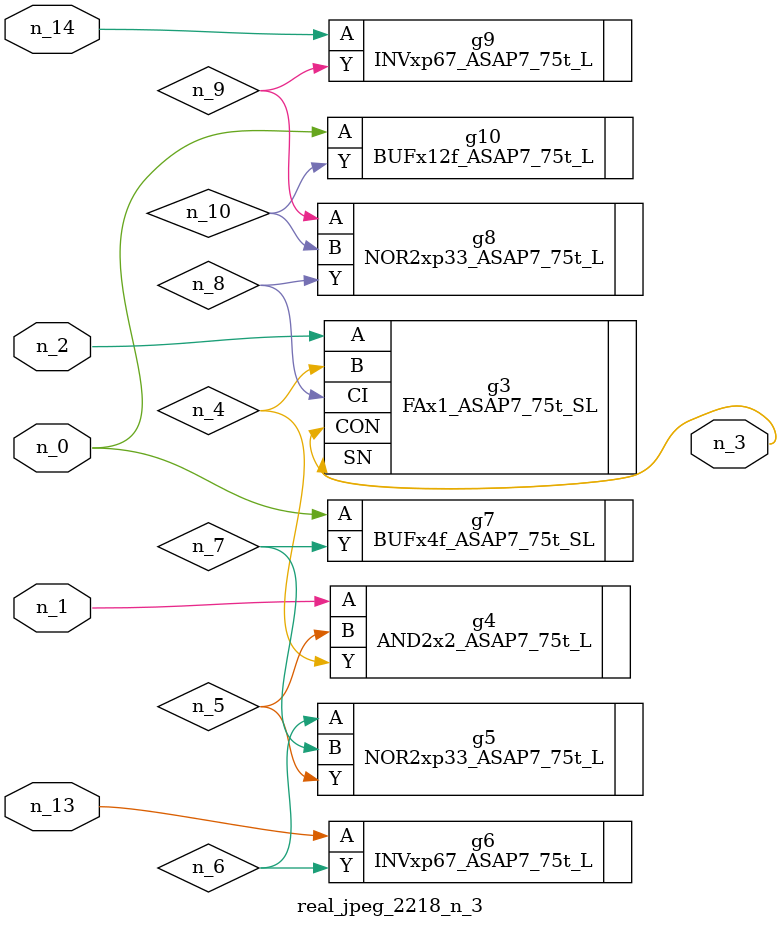
<source format=v>
module real_jpeg_2218_n_3 (n_0, n_1, n_14, n_2, n_13, n_3);

input n_0;
input n_1;
input n_14;
input n_2;
input n_13;

output n_3;

wire n_5;
wire n_4;
wire n_8;
wire n_6;
wire n_7;
wire n_10;
wire n_9;

BUFx4f_ASAP7_75t_SL g7 ( 
.A(n_0),
.Y(n_7)
);

BUFx12f_ASAP7_75t_L g10 ( 
.A(n_0),
.Y(n_10)
);

AND2x2_ASAP7_75t_L g4 ( 
.A(n_1),
.B(n_5),
.Y(n_4)
);

FAx1_ASAP7_75t_SL g3 ( 
.A(n_2),
.B(n_4),
.CI(n_8),
.CON(n_3),
.SN(n_3)
);

NOR2xp33_ASAP7_75t_L g5 ( 
.A(n_6),
.B(n_7),
.Y(n_5)
);

NOR2xp33_ASAP7_75t_L g8 ( 
.A(n_9),
.B(n_10),
.Y(n_8)
);

INVxp67_ASAP7_75t_L g6 ( 
.A(n_13),
.Y(n_6)
);

INVxp67_ASAP7_75t_L g9 ( 
.A(n_14),
.Y(n_9)
);


endmodule
</source>
